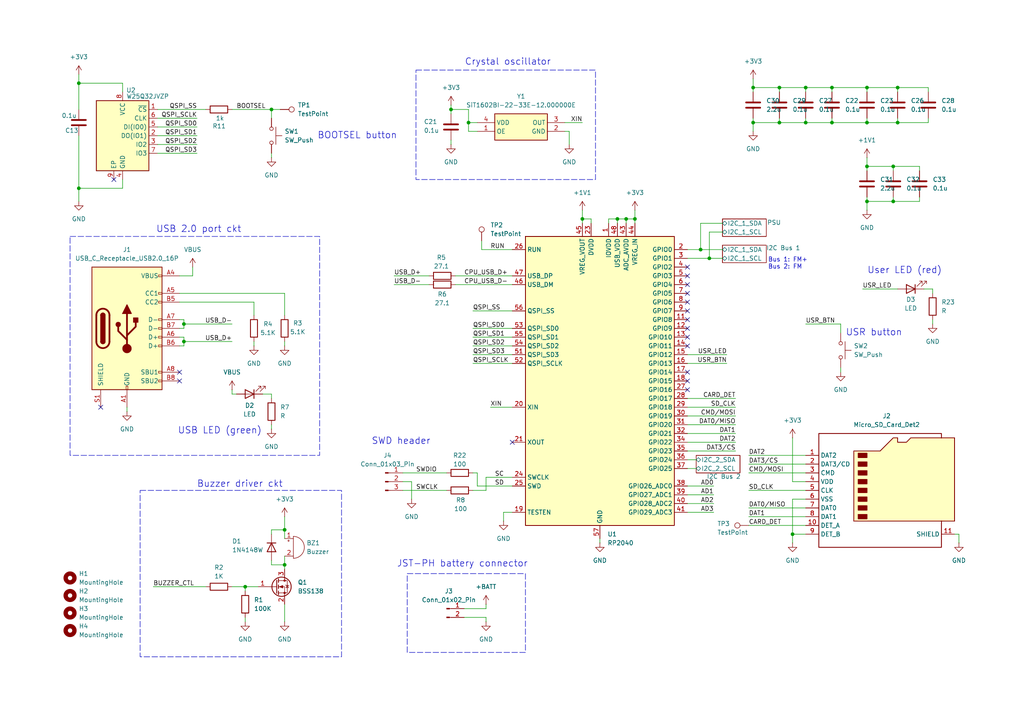
<source format=kicad_sch>
(kicad_sch (version 20231120) (generator "eeschema") (generator_version "8.0")
  (paper "A4")
  (lib_symbols
    (symbol "Connector:Conn_01x02_Pin" (pin_names (offset 1.016) hide)
      (property "Reference" "J" (at 0 2.54 0))
      (property "Value" "Conn_01x02_Pin" (at 0 -5.08 0))
      (symbol "Conn_01x02_Pin_1_1"
        (pin passive line (at 5.08 0 180) (length 3.81) (name "Pin_1") (number "1"))
        (pin passive line (at 5.08 -2.54 180) (length 3.81) (name "Pin_2") (number "2"))
      )
    )
    (symbol "Connector:Conn_01x03_Pin" (pin_names (offset 1.016) hide)
      (property "Reference" "J" (at 0 5.08 0))
      (property "Value" "Conn_01x03_Pin" (at 0 -5.08 0))
      (symbol "Conn_01x03_Pin_1_1"
        (pin passive line (at 5.08 2.54 180) (length 3.81) (name "Pin_1") (number "1"))
        (pin passive line (at 5.08 0 180) (length 3.81) (name "Pin_2") (number "2"))
        (pin passive line (at 5.08 -2.54 180) (length 3.81) (name "Pin_3") (number "3"))
      )
    )
    (symbol "Connector:Micro_SD_Card_Det2"
      (property "Reference" "J" (at -16.51 17.78 0))
      (property "Value" "Micro_SD_Card_Det2" (at 16.51 17.78 0))
      (symbol "Micro_SD_Card_Det2_1_1"
        (pin bidirectional line (at -22.86 10.16 0) (length 3.81) (name "DAT2") (number "1"))
        (pin passive line (at -22.86 -10.16 0) (length 3.81) (name "DET_A") (number "10"))
        (pin passive line (at 20.32 -12.7 180) (length 3.81) (name "SHIELD") (number "11"))
        (pin bidirectional line (at -22.86 7.62 0) (length 3.81) (name "DAT3/CD") (number "2"))
        (pin input line (at -22.86 5.08 0) (length 3.81) (name "CMD") (number "3"))
        (pin power_in line (at -22.86 2.54 0) (length 3.81) (name "VDD") (number "4"))
        (pin input line (at -22.86 0 0) (length 3.81) (name "CLK") (number "5"))
        (pin power_in line (at -22.86 -2.54 0) (length 3.81) (name "VSS") (number "6"))
        (pin bidirectional line (at -22.86 -5.08 0) (length 3.81) (name "DAT0") (number "7"))
        (pin bidirectional line (at -22.86 -7.62 0) (length 3.81) (name "DAT1") (number "8"))
        (pin passive line (at -22.86 -12.7 0) (length 3.81) (name "DET_B") (number "9"))
      )
    )
    (symbol "Connector:TestPoint" (pin_numbers hide) (pin_names (offset 0.762) hide)
      (property "Reference" "TP" (at 0 6.858 0))
      (property "Value" "TestPoint" (at 0 5.08 0))
      (symbol "TestPoint_1_1"
        (pin passive line (at 0 0 90) (length 2.54) (name "1") (number "1"))
      )
    )
    (symbol "Connector:USB_C_Receptacle_USB2.0_16P" (pin_names (offset 1.016))
      (property "Reference" "J" (at 0 22.225 0))
      (property "Value" "USB_C_Receptacle_USB2.0_16P" (at 0 19.685 0))
      (symbol "USB_C_Receptacle_USB2.0_16P_1_1"
        (pin passive line (at 0 -22.86 90) (length 5.08) (name "GND") (number "A1"))
        (pin passive line (at 0 -22.86 90) (length 5.08) hide (name "GND") (number "A12"))
        (pin passive line (at 15.24 15.24 180) (length 5.08) (name "VBUS") (number "A4"))
        (pin bidirectional line (at 15.24 10.16 180) (length 5.08) (name "CC1") (number "A5"))
        (pin bidirectional line (at 15.24 -2.54 180) (length 5.08) (name "D+") (number "A6"))
        (pin bidirectional line (at 15.24 2.54 180) (length 5.08) (name "D-") (number "A7"))
        (pin bidirectional line (at 15.24 -12.7 180) (length 5.08) (name "SBU1") (number "A8"))
        (pin passive line (at 15.24 15.24 180) (length 5.08) hide (name "VBUS") (number "A9"))
        (pin passive line (at 0 -22.86 90) (length 5.08) hide (name "GND") (number "B1"))
        (pin passive line (at 0 -22.86 90) (length 5.08) hide (name "GND") (number "B12"))
        (pin passive line (at 15.24 15.24 180) (length 5.08) hide (name "VBUS") (number "B4"))
        (pin bidirectional line (at 15.24 7.62 180) (length 5.08) (name "CC2") (number "B5"))
        (pin bidirectional line (at 15.24 -5.08 180) (length 5.08) (name "D+") (number "B6"))
        (pin bidirectional line (at 15.24 0 180) (length 5.08) (name "D-") (number "B7"))
        (pin bidirectional line (at 15.24 -15.24 180) (length 5.08) (name "SBU2") (number "B8"))
        (pin passive line (at 15.24 15.24 180) (length 5.08) hide (name "VBUS") (number "B9"))
        (pin passive line (at -7.62 -22.86 90) (length 5.08) (name "SHIELD") (number "S1"))
      )
    )
    (symbol "Device:Buzzer" (pin_names (offset 0.0254) hide)
      (property "Reference" "BZ" (at 3.81 1.27 0))
      (property "Value" "Buzzer" (at 3.81 -1.27 0))
      (symbol "Buzzer_1_1"
        (pin passive line (at -2.54 2.54 0) (length 2.54) (name "+") (number "1"))
        (pin passive line (at -2.54 -2.54 0) (length 2.54) (name "-") (number "2"))
      )
    )
    (symbol "Device:C" (pin_numbers hide) (pin_names (offset 0.254))
      (property "Reference" "C" (at 0.635 2.54 0))
      (property "Value" "C" (at 0.635 -2.54 0))
      (symbol "C_1_1"
        (pin passive line (at 0 3.81 270) (length 2.794) (name "~") (number "1"))
        (pin passive line (at 0 -3.81 90) (length 2.794) (name "~") (number "2"))
      )
    )
    (symbol "Device:LED" (pin_numbers hide) (pin_names (offset 1.016) hide)
      (property "Reference" "D" (at 0 2.54 0))
      (property "Value" "LED" (at 0 -2.54 0))
      (symbol "LED_1_1"
        (pin passive line (at -3.81 0 0) (length 2.54) (name "K") (number "1"))
        (pin passive line (at 3.81 0 180) (length 2.54) (name "A") (number "2"))
      )
    )
    (symbol "Device:R" (pin_numbers hide) (pin_names (offset 0))
      (property "Reference" "R" (at 2.032 0 90))
      (property "Value" "R" (at 0 0 90))
      (symbol "R_1_1"
        (pin passive line (at 0 3.81 270) (length 1.27) (name "~") (number "1"))
        (pin passive line (at 0 -3.81 90) (length 1.27) (name "~") (number "2"))
      )
    )
    (symbol "Diode:1N4148W" (pin_numbers hide) (pin_names hide)
      (property "Reference" "D" (at 0 2.54 0))
      (property "Value" "1N4148W" (at 0 -2.54 0))
      (symbol "1N4148W_1_1"
        (pin passive line (at -3.81 0 0) (length 2.54) (name "K") (number "1"))
        (pin passive line (at 3.81 0 180) (length 2.54) (name "A") (number "2"))
      )
    )
    (symbol "MCU_RaspberryPi:RP2040"
      (property "Reference" "U" (at 17.78 45.72 0))
      (property "Value" "RP2040" (at 17.78 43.18 0))
      (symbol "RP2040_1_1"
        (pin power_in line (at 2.54 45.72 270) (length 3.81) (name "IOVDD") (number "1"))
        (pin passive line (at 2.54 45.72 270) (length 3.81) hide (name "IOVDD") (number "10"))
        (pin bidirectional line (at 25.4 17.78 180) (length 3.81) (name "GPIO8") (number "11"))
        (pin bidirectional line (at 25.4 15.24 180) (length 3.81) (name "GPIO9") (number "12"))
        (pin bidirectional line (at 25.4 12.7 180) (length 3.81) (name "GPIO10") (number "13"))
        (pin bidirectional line (at 25.4 10.16 180) (length 3.81) (name "GPIO11") (number "14"))
        (pin bidirectional line (at 25.4 7.62 180) (length 3.81) (name "GPIO12") (number "15"))
        (pin bidirectional line (at 25.4 5.08 180) (length 3.81) (name "GPIO13") (number "16"))
        (pin bidirectional line (at 25.4 2.54 180) (length 3.81) (name "GPIO14") (number "17"))
        (pin bidirectional line (at 25.4 0 180) (length 3.81) (name "GPIO15") (number "18"))
        (pin input line (at -25.4 -38.1 0) (length 3.81) (name "TESTEN") (number "19"))
        (pin bidirectional line (at 25.4 38.1 180) (length 3.81) (name "GPIO0") (number "2"))
        (pin input line (at -25.4 -7.62 0) (length 3.81) (name "XIN") (number "20"))
        (pin passive line (at -25.4 -17.78 0) (length 3.81) (name "XOUT") (number "21"))
        (pin passive line (at 2.54 45.72 270) (length 3.81) hide (name "IOVDD") (number "22"))
        (pin power_in line (at -2.54 45.72 270) (length 3.81) (name "DVDD") (number "23"))
        (pin input line (at -25.4 -27.94 0) (length 3.81) (name "SWCLK") (number "24"))
        (pin bidirectional line (at -25.4 -30.48 0) (length 3.81) (name "SWD") (number "25"))
        (pin input line (at -25.4 38.1 0) (length 3.81) (name "RUN") (number "26"))
        (pin bidirectional line (at 25.4 -2.54 180) (length 3.81) (name "GPIO16") (number "27"))
        (pin bidirectional line (at 25.4 -5.08 180) (length 3.81) (name "GPIO17") (number "28"))
        (pin bidirectional line (at 25.4 -7.62 180) (length 3.81) (name "GPIO18") (number "29"))
        (pin bidirectional line (at 25.4 35.56 180) (length 3.81) (name "GPIO1") (number "3"))
        (pin bidirectional line (at 25.4 -10.16 180) (length 3.81) (name "GPIO19") (number "30"))
        (pin bidirectional line (at 25.4 -12.7 180) (length 3.81) (name "GPIO20") (number "31"))
        (pin bidirectional line (at 25.4 -15.24 180) (length 3.81) (name "GPIO21") (number "32"))
        (pin passive line (at 2.54 45.72 270) (length 3.81) hide (name "IOVDD") (number "33"))
        (pin bidirectional line (at 25.4 -17.78 180) (length 3.81) (name "GPIO22") (number "34"))
        (pin bidirectional line (at 25.4 -20.32 180) (length 3.81) (name "GPIO23") (number "35"))
        (pin bidirectional line (at 25.4 -22.86 180) (length 3.81) (name "GPIO24") (number "36"))
        (pin bidirectional line (at 25.4 -25.4 180) (length 3.81) (name "GPIO25") (number "37"))
        (pin bidirectional line (at 25.4 -30.48 180) (length 3.81) (name "GPIO26_ADC0") (number "38"))
        (pin bidirectional line (at 25.4 -33.02 180) (length 3.81) (name "GPIO27_ADC1") (number "39"))
        (pin bidirectional line (at 25.4 33.02 180) (length 3.81) (name "GPIO2") (number "4"))
        (pin bidirectional line (at 25.4 -35.56 180) (length 3.81) (name "GPIO28_ADC2") (number "40"))
        (pin bidirectional line (at 25.4 -38.1 180) (length 3.81) (name "GPIO29_ADC3") (number "41"))
        (pin passive line (at 2.54 45.72 270) (length 3.81) hide (name "IOVDD") (number "42"))
        (pin power_in line (at 7.62 45.72 270) (length 3.81) (name "ADC_AVDD") (number "43"))
        (pin power_in line (at 10.16 45.72 270) (length 3.81) (name "VREG_IN") (number "44"))
        (pin power_out line (at -5.08 45.72 270) (length 3.81) (name "VREG_VOUT") (number "45"))
        (pin bidirectional line (at -25.4 27.94 0) (length 3.81) (name "USB_DM") (number "46"))
        (pin bidirectional line (at -25.4 30.48 0) (length 3.81) (name "USB_DP") (number "47"))
        (pin power_in line (at 5.08 45.72 270) (length 3.81) (name "USB_VDD") (number "48"))
        (pin passive line (at 2.54 45.72 270) (length 3.81) hide (name "IOVDD") (number "49"))
        (pin bidirectional line (at 25.4 30.48 180) (length 3.81) (name "GPIO3") (number "5"))
        (pin passive line (at -2.54 45.72 270) (length 3.81) hide (name "DVDD") (number "50"))
        (pin bidirectional line (at -25.4 7.62 0) (length 3.81) (name "QSPI_SD3") (number "51"))
        (pin output line (at -25.4 5.08 0) (length 3.81) (name "QSPI_SCLK") (number "52"))
        (pin bidirectional line (at -25.4 15.24 0) (length 3.81) (name "QSPI_SD0") (number "53"))
        (pin bidirectional line (at -25.4 10.16 0) (length 3.81) (name "QSPI_SD2") (number "54"))
        (pin bidirectional line (at -25.4 12.7 0) (length 3.81) (name "QSPI_SD1") (number "55"))
        (pin bidirectional line (at -25.4 20.32 0) (length 3.81) (name "QSPI_SS") (number "56"))
        (pin power_in line (at 0 -45.72 90) (length 3.81) (name "GND") (number "57"))
        (pin bidirectional line (at 25.4 27.94 180) (length 3.81) (name "GPIO4") (number "6"))
        (pin bidirectional line (at 25.4 25.4 180) (length 3.81) (name "GPIO5") (number "7"))
        (pin bidirectional line (at 25.4 22.86 180) (length 3.81) (name "GPIO6") (number "8"))
        (pin bidirectional line (at 25.4 20.32 180) (length 3.81) (name "GPIO7") (number "9"))
      )
    )
    (symbol "Mechanical:MountingHole" (pin_names (offset 1.016)) (exclude_from_sim yes) (in_bom no)
      (property "Reference" "H" (at 0 5.08 0))
      (property "Value" "MountingHole" (at 0 3.175 0))
    )
    (symbol "Memory_Flash:W25Q32JVZP"
      (property "Reference" "U" (at -6.35 11.43 0))
      (property "Value" "W25Q32JVZP" (at 7.62 11.43 0))
      (symbol "W25Q32JVZP_1_1"
        (pin input line (at -10.16 7.62 0) (length 2.54) (name "~{CS}") (number "1"))
        (pin bidirectional line (at -10.16 0 0) (length 2.54) (name "DO(IO1)") (number "2"))
        (pin bidirectional line (at -10.16 -2.54 0) (length 2.54) (name "IO2") (number "3"))
        (pin power_in line (at 0 -12.7 90) (length 2.54) (name "GND") (number "4"))
        (pin bidirectional line (at -10.16 2.54 0) (length 2.54) (name "DI(IO0)") (number "5"))
        (pin input line (at -10.16 5.08 0) (length 2.54) (name "CLK") (number "6"))
        (pin bidirectional line (at -10.16 -5.08 0) (length 2.54) (name "IO3") (number "7"))
        (pin power_in line (at 0 12.7 270) (length 2.54) (name "VCC") (number "8"))
        (pin passive line (at 2.54 -12.7 90) (length 2.54) (name "EP") (number "9"))
      )
    )
    (symbol "SiT1602BI:SiT1602BI-22-33E-12.000000E"
      (property "Reference" "Y" (at 21.59 7.62 0))
      (property "Value" "SiT1602BI-22-33E-12.000000E" (at 21.59 5.08 0))
      (symbol "SiT1602BI-22-33E-12.000000E_1_1"
        (pin passive line (at 0 -2.54 0) (length 5.08) (name "OE") (number "1"))
        (pin passive line (at 25.4 -2.54 180) (length 5.08) (name "GND") (number "2"))
        (pin passive line (at 25.4 0 180) (length 5.08) (name "OUT") (number "3"))
        (pin passive line (at 0 0 0) (length 5.08) (name "VDD") (number "4"))
      )
    )
    (symbol "Switch:SW_Push" (pin_numbers hide) (pin_names (offset 1.016) hide)
      (property "Reference" "SW" (at 1.27 2.54 0))
      (property "Value" "SW_Push" (at 0 -1.524 0))
      (symbol "SW_Push_0_1"
        (pin passive line (at -5.08 0 0) (length 2.54) (name "1") (number "1"))
        (pin passive line (at 5.08 0 180) (length 2.54) (name "2") (number "2"))
      )
    )
    (symbol "Transistor_FET:BSS138" (pin_names hide)
      (property "Reference" "Q" (at 5.08 1.905 0))
      (property "Value" "BSS138" (at 5.08 0 0))
      (symbol "BSS138_1_1"
        (pin input line (at -5.08 0 0) (length 2.54) (name "G") (number "1"))
        (pin passive line (at 2.54 -5.08 90) (length 2.54) (name "S") (number "2"))
        (pin passive line (at 2.54 5.08 270) (length 2.54) (name "D") (number "3"))
      )
    )
    (symbol "power:+3V3" (power) (pin_numbers hide) (pin_names (offset 0) hide)
      (property "Value" "+3V3" (at 0 3.556 0))
      (symbol "+3V3_1_1"
        (pin power_in line (at 0 0 90) (length 0) (name "~") (number "1"))
      )
    )
    (symbol "power:+BATT" (power) (pin_numbers hide) (pin_names (offset 0) hide)
      (property "Value" "+BATT" (at 0 3.556 0))
      (symbol "+BATT_1_1"
        (pin power_in line (at 0 0 90) (length 0) (name "~") (number "1"))
      )
    )
    (symbol "power:GND" (power) (pin_numbers hide) (pin_names (offset 0) hide)
      (property "Value" "GND" (at 0 -3.81 0))
      (symbol "GND_1_1"
        (pin power_in line (at 0 0 270) (length 0) (name "~") (number "1"))
      )
    )
    (symbol "power:VBUS" (power) (pin_numbers hide) (pin_names (offset 0) hide)
      (property "Value" "VBUS" (at 0 3.556 0))
      (symbol "VBUS_1_1"
        (pin power_in line (at 0 0 90) (length 0) (name "~") (number "1"))
      )
    )
  )
  (junction (at 251.46 58.42))
  (junction (at 260.35 35.56))
  (junction (at 233.68 25.4))
  (junction (at 259.08 48.26))
  (junction (at 71.12 170.18))
  (junction (at 82.55 163.83))
  (junction (at 78.74 31.75))
  (junction (at 205.74 74.93))
  (junction (at 22.86 54.61))
  (junction (at 135.89 35.56))
  (junction (at 229.87 154.94))
  (junction (at 259.08 58.42))
  (junction (at 241.3 35.56))
  (junction (at 226.06 35.56))
  (junction (at 184.15 63.5))
  (junction (at 218.44 25.4))
  (junction (at 203.2 72.39))
  (junction (at 181.61 63.5))
  (junction (at 218.44 35.56))
  (junction (at 251.46 25.4))
  (junction (at 53.34 99.06))
  (junction (at 260.35 25.4))
  (junction (at 233.68 35.56))
  (junction (at 168.91 63.5))
  (junction (at 130.81 31.75))
  (junction (at 251.46 35.56))
  (junction (at 226.06 25.4))
  (junction (at 241.3 25.4))
  (junction (at 251.46 48.26))
  (junction (at 22.86 24.13))
  (junction (at 82.55 153.67))
  (junction (at 53.34 93.98))
  (junction (at 179.07 63.5))
  (no_connect (at 52.07 110.49))
  (no_connect (at 199.39 113.03))
  (no_connect (at 199.39 87.63))
  (no_connect (at 199.39 95.25))
  (no_connect (at 199.39 92.71))
  (no_connect (at 52.07 107.95))
  (no_connect (at 199.39 77.47))
  (no_connect (at 199.39 97.79))
  (no_connect (at 199.39 82.55))
  (no_connect (at 148.59 128.27))
  (no_connect (at 29.21 118.11))
  (no_connect (at 199.39 110.49))
  (no_connect (at 33.02 52.07))
  (no_connect (at 199.39 85.09))
  (no_connect (at 199.39 100.33))
  (no_connect (at 199.39 80.01))
  (no_connect (at 199.39 90.17))
  (no_connect (at 199.39 107.95))
  (wire (pts (xy 267.97 83.82) (xy 270.51 83.82)))
  (wire (pts (xy 233.68 35.56) (xy 241.3 35.56)))
  (wire (pts (xy 229.87 154.94) (xy 233.68 154.94)))
  (wire (pts (xy 130.81 33.02) (xy 130.81 31.75)))
  (wire (pts (xy 251.46 49.53) (xy 251.46 48.26)))
  (wire (pts (xy 140.97 180.34) (xy 140.97 179.07)))
  (wire (pts (xy 176.53 63.5) (xy 179.07 63.5)))
  (wire (pts (xy 53.34 97.79) (xy 53.34 99.06)))
  (wire (pts (xy 140.97 176.53) (xy 140.97 175.26)))
  (wire (pts (xy 67.31 113.03) (xy 67.31 114.3)))
  (wire (pts (xy 218.44 35.56) (xy 226.06 35.56)))
  (wire (pts (xy 82.55 163.83) (xy 82.55 165.1)))
  (wire (pts (xy 233.68 139.7) (xy 229.87 139.7)))
  (wire (pts (xy 76.2 114.3) (xy 78.74 114.3)))
  (wire (pts (xy 233.68 34.29) (xy 233.68 35.56)))
  (wire (pts (xy 199.39 125.73) (xy 213.36 125.73)))
  (wire (pts (xy 181.61 63.5) (xy 181.61 64.77)))
  (wire (pts (xy 266.7 57.15) (xy 266.7 58.42)))
  (wire (pts (xy 251.46 25.4) (xy 251.46 26.67)))
  (wire (pts (xy 199.39 74.93) (xy 205.74 74.93)))
  (wire (pts (xy 116.84 139.7) (xy 119.38 139.7)))
  (wire (pts (xy 67.31 114.3) (xy 68.58 114.3)))
  (wire (pts (xy 22.86 39.37) (xy 22.86 54.61)))
  (wire (pts (xy 243.84 93.98) (xy 243.84 96.52)))
  (wire (pts (xy 203.2 64.77) (xy 203.2 72.39)))
  (wire (pts (xy 71.12 170.18) (xy 74.93 170.18)))
  (wire (pts (xy 146.05 151.13) (xy 146.05 148.59)))
  (wire (pts (xy 217.17 142.24) (xy 233.68 142.24)))
  (wire (pts (xy 199.39 118.11) (xy 213.36 118.11)))
  (wire (pts (xy 137.16 95.25) (xy 148.59 95.25)))
  (wire (pts (xy 137.16 100.33) (xy 148.59 100.33)))
  (wire (pts (xy 78.74 154.94) (xy 78.74 153.67)))
  (wire (pts (xy 251.46 58.42) (xy 259.08 58.42)))
  (wire (pts (xy 217.17 137.16) (xy 233.68 137.16)))
  (wire (pts (xy 82.55 153.67) (xy 82.55 156.21)))
  (wire (pts (xy 251.46 57.15) (xy 251.46 58.42)))
  (wire (pts (xy 251.46 45.72) (xy 251.46 48.26)))
  (wire (pts (xy 53.34 99.06) (xy 67.31 99.06)))
  (wire (pts (xy 218.44 25.4) (xy 226.06 25.4)))
  (wire (pts (xy 218.44 34.29) (xy 218.44 35.56)))
  (wire (pts (xy 218.44 35.56) (xy 218.44 38.1)))
  (wire (pts (xy 53.34 93.98) (xy 53.34 95.25)))
  (wire (pts (xy 137.16 137.16) (xy 138.43 137.16)))
  (wire (pts (xy 45.72 31.75) (xy 59.69 31.75)))
  (wire (pts (xy 146.05 148.59) (xy 148.59 148.59)))
  (wire (pts (xy 45.72 41.91) (xy 57.15 41.91)))
  (wire (pts (xy 78.74 123.19) (xy 78.74 124.46)))
  (wire (pts (xy 218.44 26.67) (xy 218.44 25.4)))
  (wire (pts (xy 168.91 63.5) (xy 168.91 60.96)))
  (wire (pts (xy 45.72 36.83) (xy 57.15 36.83)))
  (wire (pts (xy 44.45 170.18) (xy 59.69 170.18)))
  (wire (pts (xy 140.97 142.24) (xy 140.97 138.43)))
  (wire (pts (xy 209.55 64.77) (xy 203.2 64.77)))
  (wire (pts (xy 241.3 34.29) (xy 241.3 35.56)))
  (wire (pts (xy 278.13 157.48) (xy 278.13 154.94)))
  (wire (pts (xy 132.08 80.01) (xy 148.59 80.01)))
  (wire (pts (xy 199.39 115.57) (xy 213.36 115.57)))
  (wire (pts (xy 22.86 54.61) (xy 35.56 54.61)))
  (wire (pts (xy 171.45 64.77) (xy 171.45 63.5)))
  (wire (pts (xy 217.17 134.62) (xy 233.68 134.62)))
  (wire (pts (xy 199.39 130.81) (xy 213.36 130.81)))
  (wire (pts (xy 135.89 35.56) (xy 138.43 35.56)))
  (wire (pts (xy 137.16 105.41) (xy 148.59 105.41)))
  (wire (pts (xy 137.16 90.17) (xy 148.59 90.17)))
  (wire (pts (xy 226.06 35.56) (xy 233.68 35.56)))
  (wire (pts (xy 229.87 139.7) (xy 229.87 127)))
  (wire (pts (xy 226.06 25.4) (xy 233.68 25.4)))
  (wire (pts (xy 130.81 31.75) (xy 135.89 31.75)))
  (wire (pts (xy 199.39 143.51) (xy 207.01 143.51)))
  (wire (pts (xy 270.51 92.71) (xy 270.51 93.98)))
  (wire (pts (xy 53.34 93.98) (xy 67.31 93.98)))
  (wire (pts (xy 81.28 31.75) (xy 78.74 31.75)))
  (wire (pts (xy 139.7 72.39) (xy 148.59 72.39)))
  (wire (pts (xy 233.68 144.78) (xy 229.87 144.78)))
  (wire (pts (xy 229.87 144.78) (xy 229.87 154.94)))
  (wire (pts (xy 218.44 22.86) (xy 218.44 25.4)))
  (wire (pts (xy 140.97 179.07) (xy 134.62 179.07)))
  (wire (pts (xy 82.55 99.06) (xy 82.55 100.33)))
  (wire (pts (xy 233.68 25.4) (xy 241.3 25.4)))
  (wire (pts (xy 217.17 132.08) (xy 233.68 132.08)))
  (wire (pts (xy 260.35 34.29) (xy 260.35 35.56)))
  (wire (pts (xy 217.17 152.4) (xy 233.68 152.4)))
  (wire (pts (xy 199.39 72.39) (xy 203.2 72.39)))
  (wire (pts (xy 270.51 83.82) (xy 270.51 85.09)))
  (wire (pts (xy 36.83 118.11) (xy 36.83 119.38)))
  (wire (pts (xy 35.56 24.13) (xy 22.86 24.13)))
  (wire (pts (xy 137.16 102.87) (xy 148.59 102.87)))
  (wire (pts (xy 233.68 93.98) (xy 243.84 93.98)))
  (wire (pts (xy 82.55 175.26) (xy 82.55 180.34)))
  (wire (pts (xy 22.86 58.42) (xy 22.86 54.61)))
  (wire (pts (xy 199.39 105.41) (xy 210.82 105.41)))
  (wire (pts (xy 205.74 67.31) (xy 205.74 74.93)))
  (wire (pts (xy 260.35 35.56) (xy 269.24 35.56)))
  (wire (pts (xy 130.81 40.64) (xy 130.81 41.91)))
  (wire (pts (xy 52.07 85.09) (xy 82.55 85.09)))
  (wire (pts (xy 259.08 48.26) (xy 266.7 48.26)))
  (wire (pts (xy 82.55 149.86) (xy 82.55 153.67)))
  (wire (pts (xy 250.19 83.82) (xy 260.35 83.82)))
  (wire (pts (xy 226.06 34.29) (xy 226.06 35.56)))
  (wire (pts (xy 199.39 146.05) (xy 207.01 146.05)))
  (wire (pts (xy 251.46 35.56) (xy 260.35 35.56)))
  (wire (pts (xy 176.53 63.5) (xy 176.53 64.77)))
  (wire (pts (xy 45.72 34.29) (xy 57.15 34.29)))
  (wire (pts (xy 241.3 35.56) (xy 251.46 35.56)))
  (wire (pts (xy 199.39 128.27) (xy 213.36 128.27)))
  (wire (pts (xy 205.74 74.93) (xy 209.55 74.93)))
  (wire (pts (xy 259.08 57.15) (xy 259.08 58.42)))
  (wire (pts (xy 229.87 154.94) (xy 229.87 157.48)))
  (wire (pts (xy 233.68 25.4) (xy 233.68 26.67)))
  (wire (pts (xy 134.62 176.53) (xy 140.97 176.53)))
  (wire (pts (xy 114.3 82.55) (xy 124.46 82.55)))
  (wire (pts (xy 53.34 99.06) (xy 53.34 100.33)))
  (wire (pts (xy 53.34 92.71) (xy 52.07 92.71)))
  (wire (pts (xy 165.1 38.1) (xy 165.1 41.91)))
  (wire (pts (xy 22.86 24.13) (xy 22.86 31.75)))
  (wire (pts (xy 203.2 72.39) (xy 209.55 72.39)))
  (wire (pts (xy 209.55 67.31) (xy 205.74 67.31)))
  (wire (pts (xy 266.7 48.26) (xy 266.7 49.53)))
  (wire (pts (xy 184.15 60.96) (xy 184.15 63.5)))
  (wire (pts (xy 179.07 63.5) (xy 181.61 63.5)))
  (wire (pts (xy 52.07 95.25) (xy 53.34 95.25)))
  (wire (pts (xy 184.15 64.77) (xy 184.15 63.5)))
  (wire (pts (xy 78.74 44.45) (xy 78.74 45.72)))
  (wire (pts (xy 78.74 163.83) (xy 82.55 163.83)))
  (wire (pts (xy 199.39 135.89) (xy 201.93 135.89)))
  (wire (pts (xy 135.89 31.75) (xy 135.89 35.56)))
  (wire (pts (xy 71.12 179.07) (xy 71.12 180.34)))
  (wire (pts (xy 138.43 140.97) (xy 148.59 140.97)))
  (wire (pts (xy 251.46 58.42) (xy 251.46 60.96)))
  (wire (pts (xy 241.3 25.4) (xy 251.46 25.4)))
  (wire (pts (xy 163.83 35.56) (xy 168.91 35.56)))
  (wire (pts (xy 269.24 26.67) (xy 269.24 25.4)))
  (wire (pts (xy 251.46 34.29) (xy 251.46 35.56)))
  (wire (pts (xy 82.55 85.09) (xy 82.55 91.44)))
  (wire (pts (xy 137.16 142.24) (xy 140.97 142.24)))
  (wire (pts (xy 251.46 25.4) (xy 260.35 25.4)))
  (wire (pts (xy 199.39 148.59) (xy 207.01 148.59)))
  (wire (pts (xy 184.15 63.5) (xy 181.61 63.5)))
  (wire (pts (xy 82.55 161.29) (xy 82.55 163.83)))
  (wire (pts (xy 259.08 58.42) (xy 266.7 58.42)))
  (wire (pts (xy 135.89 35.56) (xy 135.89 38.1)))
  (wire (pts (xy 116.84 142.24) (xy 129.54 142.24)))
  (wire (pts (xy 199.39 140.97) (xy 207.01 140.97)))
  (wire (pts (xy 67.31 170.18) (xy 71.12 170.18)))
  (wire (pts (xy 171.45 63.5) (xy 168.91 63.5)))
  (wire (pts (xy 52.07 87.63) (xy 73.66 87.63)))
  (wire (pts (xy 53.34 97.79) (xy 52.07 97.79)))
  (wire (pts (xy 142.24 118.11) (xy 148.59 118.11)))
  (wire (pts (xy 269.24 35.56) (xy 269.24 34.29)))
  (wire (pts (xy 114.3 80.01) (xy 124.46 80.01)))
  (wire (pts (xy 35.56 26.67) (xy 35.56 24.13)))
  (wire (pts (xy 137.16 97.79) (xy 148.59 97.79)))
  (wire (pts (xy 243.84 106.68) (xy 243.84 107.95)))
  (wire (pts (xy 78.74 34.29) (xy 78.74 31.75)))
  (wire (pts (xy 173.99 156.21) (xy 173.99 157.48)))
  (wire (pts (xy 269.24 25.4) (xy 260.35 25.4)))
  (wire (pts (xy 67.31 31.75) (xy 78.74 31.75)))
  (wire (pts (xy 168.91 64.77) (xy 168.91 63.5)))
  (wire (pts (xy 73.66 87.63) (xy 73.66 91.44)))
  (wire (pts (xy 71.12 170.18) (xy 71.12 171.45)))
  (wire (pts (xy 259.08 48.26) (xy 259.08 49.53)))
  (wire (pts (xy 138.43 38.1) (xy 135.89 38.1)))
  (wire (pts (xy 132.08 82.55) (xy 148.59 82.55)))
  (wire (pts (xy 278.13 154.94) (xy 276.86 154.94)))
  (wire (pts (xy 55.88 80.01) (xy 52.07 80.01)))
  (wire (pts (xy 45.72 39.37) (xy 57.15 39.37)))
  (wire (pts (xy 116.84 137.16) (xy 129.54 137.16)))
  (wire (pts (xy 78.74 114.3) (xy 78.74 115.57)))
  (wire (pts (xy 179.07 64.77) (xy 179.07 63.5)))
  (wire (pts (xy 199.39 102.87) (xy 210.82 102.87)))
  (wire (pts (xy 241.3 25.4) (xy 241.3 26.67)))
  (wire (pts (xy 139.7 69.85) (xy 139.7 72.39)))
  (wire (pts (xy 217.17 149.86) (xy 233.68 149.86)))
  (wire (pts (xy 55.88 77.47) (xy 55.88 80.01)))
  (wire (pts (xy 45.72 44.45) (xy 57.15 44.45)))
  (wire (pts (xy 53.34 92.71) (xy 53.34 93.98)))
  (wire (pts (xy 138.43 137.16) (xy 138.43 140.97)))
  (wire (pts (xy 199.39 133.35) (xy 201.93 133.35)))
  (wire (pts (xy 78.74 162.56) (xy 78.74 163.83)))
  (wire (pts (xy 251.46 48.26) (xy 259.08 48.26)))
  (wire (pts (xy 119.38 139.7) (xy 119.38 144.78)))
  (wire (pts (xy 140.97 138.43) (xy 148.59 138.43)))
  (wire (pts (xy 130.81 31.75) (xy 130.81 30.48)))
  (wire (pts (xy 52.07 100.33) (xy 53.34 100.33)))
  (wire (pts (xy 226.06 25.4) (xy 226.06 26.67)))
  (wire (pts (xy 199.39 120.65) (xy 213.36 120.65)))
  (wire (pts (xy 22.86 24.13) (xy 22.86 21.59)))
  (wire (pts (xy 260.35 25.4) (xy 260.35 26.67)))
  (wire (pts (xy 163.83 38.1) (xy 165.1 38.1)))
  (wire (pts (xy 35.56 54.61) (xy 35.56 52.07)))
  (wire (pts (xy 73.66 99.06) (xy 73.66 100.33)))
  (wire (pts (xy 199.39 123.19) (xy 213.36 123.19)))
  (wire (pts (xy 78.74 153.67) (xy 82.55 153.67)))
  (wire (pts (xy 217.17 147.32) (xy 233.68 147.32)))
  (rectangle (start 40.64 142.24) (end 99.06 190.5) (stroke (width 0) (type dash)))
  (rectangle (start 118.11 166.37) (end 152.4 189.23) (stroke (width 0) (type dash)))
  (rectangle (start 120.65 20.32) (end 172.72 52.07) (stroke (width 0) (type dash)))
  (rectangle (start 20.32 68.58) (end 92.71 132.08) (stroke (width 0) (type dash)))
  (text "Bus 1: FM+\nBus 2: FM" (at 222.758 76.454 0) (effects (font (size 1.27 1.27)) (justify left)))
  (text "Buzzer driver ckt\n" (at 69.596 140.462 0) (effects (font (size 1.905 1.905))))
  (text "JST-PH battery connector" (at 134.112 163.576 0) (effects (font (size 1.905 1.905))))
  (text "BOOTSEL button" (at 103.632 39.37 0) (effects (font (size 1.905 1.905))))
  (text "User LED (red)" (at 262.382 78.486 0) (effects (font (size 1.905 1.905))))
  (text "SWD header" (at 116.332 128.016 0) (effects (font (size 1.905 1.905))))
  (text "USB LED (green)" (at 63.754 124.968 0) (effects (font (size 1.905 1.905))))
  (text "USR button" (at 253.492 96.52 0) (effects (font (size 1.905 1.905))))
  (text "Crystal oscillator" (at 147.32 18.034 0) (effects (font (size 1.905 1.905))))
  (text "USB 2.0 port ckt" (at 57.658 66.548 0) (effects (font (size 1.905 1.905))))
  (label "CARD_DET" (at 217.17 152.4 0))
  (label "SC" (at 143.51 138.43 0))
  (label "QSPI_SD1" (at 57.15 39.37 180))
  (label "CPU_USB_D-" (at 134.62 82.55 0))
  (label "CARD_DET" (at 213.36 115.57 180))
  (label "RUN" (at 142.24 72.39 0))
  (label "QSPI_SS" (at 57.15 31.75 180))
  (label "BUZZER_CTL" (at 44.45 170.18 0))
  (label "DAT1" (at 217.17 149.86 0))
  (label "QSPI_SD0" (at 57.15 36.83 180))
  (label "BOOTSEL" (at 68.58 31.75 0))
  (label "SD_CLK" (at 213.36 118.11 180))
  (label "DAT3{slash}CS" (at 217.17 134.62 0))
  (label "QSPI_SS" (at 137.16 90.17 0))
  (label "DAT0{slash}MISO" (at 217.17 147.32 0))
  (label "QSPI_SD2" (at 57.15 41.91 180))
  (label "QSPI_SD3" (at 57.15 44.45 180))
  (label "DAT0{slash}MISO" (at 213.36 123.19 180))
  (label "QSPI_SCLK" (at 137.16 105.41 0))
  (label "DAT2" (at 213.36 128.27 180))
  (label "USB_D+" (at 114.3 80.01 0))
  (label "USB_D+" (at 67.31 99.06 180))
  (label "AD0" (at 207.01 140.97 180))
  (label "AD1" (at 207.01 143.51 180))
  (label "USR_LED" (at 250.19 83.82 0))
  (label "XIN" (at 168.91 35.56 180))
  (label "CPU_USB_D+" (at 134.62 80.01 0))
  (label "SD_CLK" (at 217.17 142.24 0))
  (label "USB_D-" (at 114.3 82.55 0))
  (label "USB_D-" (at 67.31 93.98 180))
  (label "CMD{slash}MOSI" (at 217.17 137.16 0))
  (label "AD2" (at 207.01 146.05 180))
  (label "QSPI_SD2" (at 137.16 100.33 0))
  (label "USR_BTN" (at 210.82 105.41 180))
  (label "QSPI_SD3" (at 137.16 102.87 0))
  (label "XIN" (at 142.24 118.11 0))
  (label "USR_LED" (at 210.82 102.87 180))
  (label "QSPI_SD0" (at 137.16 95.25 0))
  (label "USR_BTN" (at 233.68 93.98 0))
  (label "SWCLK" (at 120.65 142.24 0))
  (label "DAT1" (at 213.36 125.73 180))
  (label "SD" (at 143.51 140.97 0))
  (label "SWDIO" (at 120.65 137.16 0))
  (label "AD3" (at 207.01 148.59 180))
  (label "DAT3{slash}CS" (at 213.36 130.81 180))
  (label "CMD{slash}MOSI" (at 213.36 120.65 180))
  (label "QSPI_SD1" (at 137.16 97.79 0))
  (label "DAT2" (at 217.17 132.08 0))
  (label "QSPI_SCLK" (at 57.15 34.29 180))
  (symbol (lib_id "Connector:TestPoint") (at 81.28 31.75 270) (unit 1)
    (property "Reference" "TP1" (at 86.36 30.4799 90) (effects (justify left)))
    (property "Value" "TestPoint" (at 86.36 33.0199 90) (effects (justify left)))
    (property "Footprint" "TestPoint:TestPoint_Pad_D1.0mm" (effects (hide yes)))
    (property "Description" "test point" (effects (hide yes)))
  )
  (symbol (lib_id "power:GND") (at 36.83 119.38 0) (unit 1)
    (property "Reference" "#PWR010" (effects (hide yes)))
    (property "Value" "GND" (at 36.83 124.46 0))
    (property "Description" "Power symbol creates a global label with name \"GND\" , ground" (effects (hide yes)))
  )
  (symbol (lib_id "Device:R") (at 128.27 80.01 90) (unit 1)
    (property "Reference" "R5" (at 128.016 74.676 90))
    (property "Value" "27.1" (at 128.016 77.216 90))
    (property "Footprint" "Resistor_SMD:R_0603_1608Metric" (effects (hide yes)))
    (property "Description" "Resistor" (effects (hide yes)))
  )
  (symbol (lib_id "Device:R") (at 78.74 119.38 0) (unit 1)
    (property "Reference" "R7" (at 81.28 118.1099 0) (effects (justify left)))
    (property "Value" "R" (at 81.28 120.6499 0) (effects (justify left)))
    (property "Footprint" "Resistor_SMD:R_0603_1608Metric" (effects (hide yes)))
    (property "Description" "Resistor" (effects (hide yes)))
  )
  (symbol (lib_id "Device:C") (at 266.7 53.34 0) (unit 1)
    (property "Reference" "C33" (at 270.51 52.0699 0) (effects (justify left)))
    (property "Value" "0.1u" (at 270.51 54.6099 0) (effects (justify left)))
    (property "Footprint" "Capacitor_SMD:C_0603_1608Metric" (effects (hide yes)))
    (property "Description" "Unpolarized capacitor" (effects (hide yes)))
  )
  (symbol (lib_id "Device:C") (at 226.06 30.48 0) (unit 1)
    (property "Reference" "C29" (at 229.87 29.2099 0) (effects (justify left)))
    (property "Value" "0.1u" (at 229.87 31.7499 0) (effects (justify left)))
    (property "Footprint" "Capacitor_SMD:C_0603_1608Metric" (effects (hide yes)))
    (property "Description" "Unpolarized capacitor" (effects (hide yes)))
  )
  (symbol (lib_id "Connector:Conn_01x02_Pin") (at 129.54 176.53 0) (unit 1)
    (property "Reference" "J3" (at 130.175 171.45 0))
    (property "Value" "Conn_01x02_Pin" (at 130.175 173.99 0))
    (property "Footprint" "Connector_JST:JST_PH_S2B-PH-SM4-TB_1x02-1MP_P2.00mm_Horizontal" (effects (hide yes)))
    (property "Description" "Generic connector, single row, 01x02, script generated" (effects (hide yes)))
  )
  (symbol (lib_id "Device:C") (at 233.68 30.48 0) (unit 1)
    (property "Reference" "C27" (at 237.49 29.2099 0) (effects (justify left)))
    (property "Value" "0.1u" (at 237.49 31.7499 0) (effects (justify left)))
    (property "Footprint" "Capacitor_SMD:C_0603_1608Metric" (effects (hide yes)))
    (property "Description" "Unpolarized capacitor" (effects (hide yes)))
  )
  (symbol (lib_id "power:+3V3") (at 168.91 60.96 0) (unit 1)
    (property "Reference" "#PWR052" (effects (hide yes)))
    (property "Value" "+1V1" (at 168.91 55.88 0))
    (property "Description" "Power symbol creates a global label with name \"+3V3\"" (effects (hide yes)))
  )
  (symbol (lib_id "power:GND") (at 78.74 124.46 0) (unit 1)
    (property "Reference" "#PWR047" (effects (hide yes)))
    (property "Value" "GND" (at 78.74 129.54 0))
    (property "Description" "Power symbol creates a global label with name \"GND\" , ground" (effects (hide yes)))
  )
  (symbol (lib_id "power:GND") (at 218.44 38.1 0) (unit 1)
    (property "Reference" "#PWR055" (effects (hide yes)))
    (property "Value" "GND" (at 218.44 43.18 0))
    (property "Description" "Power symbol creates a global label with name \"GND\" , ground" (effects (hide yes)))
  )
  (symbol (lib_id "power:GND") (at 73.66 100.33 0) (unit 1)
    (property "Reference" "#PWR015" (effects (hide yes)))
    (property "Value" "GND" (at 73.66 105.41 0))
    (property "Description" "Power symbol creates a global label with name \"GND\" , ground" (effects (hide yes)))
  )
  (symbol (lib_id "Device:R") (at 133.35 137.16 90) (unit 1)
    (property "Reference" "R22" (at 133.35 132.08 90))
    (property "Value" "100" (at 133.35 134.62 90))
    (property "Footprint" "Resistor_SMD:R_0603_1608Metric" (effects (hide yes)))
    (property "Description" "Resistor" (effects (hide yes)))
  )
  (symbol (lib_id "Mechanical:MountingHole") (at 20.32 172.72 0) (unit 1) (exclude_from_sim yes) (in_bom no)
    (property "Reference" "H2" (at 22.86 171.4499 0) (effects (justify left)))
    (property "Value" "MountingHole" (at 22.86 173.9899 0) (effects (justify left)))
    (property "Footprint" "MountingHole:MountingHole_4.3mm_M4" (effects (hide yes)))
    (property "Description" "Mounting Hole without connection" (effects (hide yes)))
  )
  (symbol (lib_id "Device:C") (at 260.35 30.48 0) (unit 1)
    (property "Reference" "C26" (at 264.16 29.2099 0) (effects (justify left)))
    (property "Value" "0.1u" (at 264.16 31.7499 0) (effects (justify left)))
    (property "Footprint" "Capacitor_SMD:C_0603_1608Metric" (effects (hide yes)))
    (property "Description" "Unpolarized capacitor" (effects (hide yes)))
  )
  (symbol (lib_id "power:GND") (at 173.99 157.48 0) (unit 1)
    (property "Reference" "#PWR08" (effects (hide yes)))
    (property "Value" "GND" (at 173.99 162.56 0))
    (property "Description" "Power symbol creates a global label with name \"GND\" , ground" (effects (hide yes)))
  )
  (symbol (lib_id "power:GND") (at 278.13 157.48 0) (unit 1)
    (property "Reference" "#PWR049" (effects (hide yes)))
    (property "Value" "GND" (at 278.13 162.56 0))
    (property "Description" "Power symbol creates a global label with name \"GND\" , ground" (effects (hide yes)))
  )
  (symbol (lib_id "power:GND") (at 71.12 180.34 0) (unit 1)
    (property "Reference" "#PWR07" (effects (hide yes)))
    (property "Value" "GND" (at 71.12 185.42 0))
    (property "Description" "Power symbol creates a global label with name \"GND\" , ground" (effects (hide yes)))
  )
  (symbol (lib_id "power:+3V3") (at 251.46 45.72 0) (unit 1)
    (property "Reference" "#PWR056" (effects (hide yes)))
    (property "Value" "+1V1" (at 251.46 40.64 0))
    (property "Description" "Power symbol creates a global label with name \"+3V3\"" (effects (hide yes)))
  )
  (symbol (lib_id "power:GND") (at 229.87 157.48 0) (unit 1)
    (property "Reference" "#PWR039" (effects (hide yes)))
    (property "Value" "GND" (at 229.87 162.56 0))
    (property "Description" "Power symbol creates a global label with name \"GND\" , ground" (effects (hide yes)))
  )
  (symbol (lib_id "Memory_Flash:W25Q32JVZP") (at 35.56 39.37 0) (mirror y) (unit 1)
    (property "Reference" "U2" (at 39.37 26.162 0) (effects (justify left)))
    (property "Value" "W25Q32JVZP" (at 49.022 27.94 0) (effects (justify left)))
    (property "Footprint" "Package_SON:WSON-8-1EP_6x5mm_P1.27mm_EP3.4x4.3mm" (effects (hide yes)))
    (property "Datasheet" "http://www.winbond.com/resource-files/w25q32jv%20revg%2003272018%20plus.pdf" (effects (hide yes)))
    (property "Description" "32Mb Serial Flash Memory, Standard/Dual/Quad SPI, DFN-8" (effects (hide yes)))
  )
  (symbol (lib_id "power:GND") (at 82.55 100.33 0) (unit 1)
    (property "Reference" "#PWR017" (effects (hide yes)))
    (property "Value" "GND" (at 82.55 105.41 0))
    (property "Description" "Power symbol creates a global label with name \"GND\" , ground" (effects (hide yes)))
  )
  (symbol (lib_id "Device:R") (at 63.5 170.18 90) (unit 1)
    (property "Reference" "R2" (at 63.5 164.592 90))
    (property "Value" "1K" (at 63.5 167.132 90))
    (property "Footprint" "Resistor_SMD:R_0603_1608Metric" (effects (hide yes)))
    (property "Description" "Resistor" (effects (hide yes)))
  )
  (symbol (lib_id "Transistor_FET:BSS138") (at 80.01 170.18 0) (unit 1)
    (property "Reference" "Q1" (at 86.36 168.9099 0) (effects (justify left)))
    (property "Value" "BSS138" (at 86.36 171.4499 0) (effects (justify left)))
    (property "Footprint" "Package_TO_SOT_SMD:SOT-23" (effects (hide yes)))
    (property "Datasheet" "https://www.onsemi.com/pub/Collateral/BSS138-D.PDF" (effects (hide yes)))
    (property "Description" "50V Vds, 0.22A Id, N-Channel MOSFET, SOT-23" (effects (hide yes)))
  )
  (symbol (lib_id "Device:R") (at 73.66 95.25 180) (unit 1)
    (property "Reference" "R4" (at 77.724 93.98 0))
    (property "Value" "5.1K" (at 77.724 96.52 0))
    (property "Footprint" "Resistor_SMD:R_0603_1608Metric" (effects (hide yes)))
    (property "Description" "Resistor" (effects (hide yes)))
  )
  (symbol (lib_id "Device:C") (at 22.86 35.56 0) (unit 1)
    (property "Reference" "C13" (at 20.828 37.846 0))
    (property "Value" "0.1u" (at 20.066 33.528 0))
    (property "Footprint" "Capacitor_SMD:C_0603_1608Metric" (effects (hide yes)))
    (property "Description" "Unpolarized capacitor" (effects (hide yes)))
  )
  (symbol (lib_id "Switch:SW_Push") (at 243.84 101.6 270) (unit 1)
    (property "Reference" "SW2" (at 247.65 100.3299 90) (effects (justify left)))
    (property "Value" "SW_Push" (at 247.65 102.8699 90) (effects (justify left)))
    (property "Footprint" "Button_Switch_SMD:SW_Push_1P1T_NO_Vertical_Wuerth_434133025816" (effects (hide yes)))
    (property "Description" "Push button switch, generic, two pins" (effects (hide yes)))
  )
  (symbol (lib_id "Device:LED") (at 264.16 83.82 180) (unit 1)
    (property "Reference" "D3" (at 264.16 86.868 0))
    (property "Value" "LED" (at 264.16 89.408 0))
    (property "Footprint" "LED_SMD:LED_0603_1608Metric" (effects (hide yes)))
    (property "Description" "Light emitting diode" (effects (hide yes)))
  )
  (symbol (lib_id "Device:R") (at 133.35 142.24 90) (unit 1)
    (property "Reference" "R8" (at 133.604 145.034 90))
    (property "Value" "100" (at 133.604 147.574 90))
    (property "Footprint" "Resistor_SMD:R_0603_1608Metric" (effects (hide yes)))
    (property "Description" "Resistor" (effects (hide yes)))
  )
  (symbol (lib_id "power:GND") (at 243.84 107.95 0) (unit 1)
    (property "Reference" "#PWR030" (effects (hide yes)))
    (property "Value" "GND" (at 243.84 113.03 0))
    (property "Description" "Power symbol creates a global label with name \"GND\" , ground" (effects (hide yes)))
  )
  (symbol (lib_id "Connector:TestPoint") (at 139.7 69.85 0) (unit 1)
    (property "Reference" "TP2" (at 142.24 65.2779 0) (effects (justify left)))
    (property "Value" "TestPoint" (at 142.24 67.8179 0) (effects (justify left)))
    (property "Footprint" "TestPoint:TestPoint_Pad_D1.0mm" (effects (hide yes)))
    (property "Description" "test point" (effects (hide yes)))
  )
  (symbol (lib_id "Mechanical:MountingHole") (at 20.32 177.8 0) (unit 1) (exclude_from_sim yes) (in_bom no)
    (property "Reference" "H3" (at 22.86 176.5299 0) (effects (justify left)))
    (property "Value" "MountingHole" (at 22.86 179.0699 0) (effects (justify left)))
    (property "Footprint" "MountingHole:MountingHole_4.3mm_M4" (effects (hide yes)))
    (property "Description" "Mounting Hole without connection" (effects (hide yes)))
  )
  (symbol (lib_id "Device:C") (at 251.46 53.34 0) (unit 1)
    (property "Reference" "C31" (at 255.27 52.0699 0) (effects (justify left)))
    (property "Value" "2.2u" (at 255.27 54.6099 0) (effects (justify left)))
    (property "Footprint" "Capacitor_SMD:C_0603_1608Metric" (effects (hide yes)))
    (property "Description" "Unpolarized capacitor" (effects (hide yes)))
  )
  (symbol (lib_id "Device:Buzzer") (at 85.09 158.75 0) (unit 1)
    (property "Reference" "BZ1" (at 88.9 157.4799 0) (effects (justify left)))
    (property "Value" "Buzzer" (at 88.9 160.0199 0) (effects (justify left)))
    (property "Footprint" "Buzzer_Beeper:MagneticBuzzer_PUI_SMT-1028-T-2-R" (effects (hide yes)))
    (property "Description" "Buzzer, polarized" (effects (hide yes)))
  )
  (symbol (lib_id "Switch:SW_Push") (at 78.74 39.37 270) (unit 1)
    (property "Reference" "SW1" (at 82.55 38.0999 90) (effects (justify left)))
    (property "Value" "SW_Push" (at 82.55 40.6399 90) (effects (justify left)))
    (property "Footprint" "Button_Switch_SMD:SW_Push_1P1T_NO_Vertical_Wuerth_434133025816" (effects (hide yes)))
    (property "Description" "Push button switch, generic, two pins" (effects (hide yes)))
  )
  (symbol (lib_id "Mechanical:MountingHole") (at 20.32 182.88 0) (unit 1) (exclude_from_sim yes) (in_bom no)
    (property "Reference" "H4" (at 22.86 181.6099 0) (effects (justify left)))
    (property "Value" "MountingHole" (at 22.86 184.1499 0) (effects (justify left)))
    (property "Footprint" "MountingHole:MountingHole_4.3mm_M4" (effects (hide yes)))
    (property "Description" "Mounting Hole without connection" (effects (hide yes)))
  )
  (symbol (lib_id "Connector:USB_C_Receptacle_USB2.0_16P") (at 36.83 95.25 0) (unit 1)
    (property "Reference" "J1" (at 36.83 72.39 0))
    (property "Value" "USB_C_Receptacle_USB2.0_16P" (at 36.83 74.93 0))
    (property "Footprint" "Connector_USB:USB_C_Receptacle_GCT_USB4110" (effects (hide yes)))
    (property "Datasheet" "https://www.usb.org/sites/default/files/documents/usb_type-c.zip" (effects (hide yes)))
    (property "Description" "USB 2.0-only 16P Type-C Receptacle connector" (effects (hide yes)))
  )
  (symbol (lib_id "power:+3V3") (at 82.55 149.86 0) (unit 1)
    (property "Reference" "#PWR06" (effects (hide yes)))
    (property "Value" "+3V3" (at 82.55 144.78 0))
    (property "Description" "Power symbol creates a global label with name \"+3V3\"" (effects (hide yes)))
  )
  (symbol (lib_id "power:GND") (at 130.81 41.91 0) (unit 1)
    (property "Reference" "#PWR033" (effects (hide yes)))
    (property "Value" "GND" (at 130.81 46.99 0))
    (property "Description" "Power symbol creates a global label with name \"GND\" , ground" (effects (hide yes)))
  )
  (symbol (lib_id "power:VBUS") (at 67.31 113.03 0) (unit 1)
    (property "Reference" "#PWR046" (effects (hide yes)))
    (property "Value" "VBUS" (at 67.31 107.95 0))
    (property "Description" "Power symbol creates a global label with name \"VBUS\"" (effects (hide yes)))
  )
  (symbol (lib_id "power:GND") (at 78.74 45.72 0) (unit 1)
    (property "Reference" "#PWR09" (effects (hide yes)))
    (property "Value" "GND" (at 78.74 50.8 0))
    (property "Description" "Power symbol creates a global label with name \"GND\" , ground" (effects (hide yes)))
  )
  (symbol (lib_id "power:GND") (at 146.05 151.13 0) (unit 1)
    (property "Reference" "#PWR058" (effects (hide yes)))
    (property "Value" "GND" (at 146.05 156.21 0))
    (property "Description" "Power symbol creates a global label with name \"GND\" , ground" (effects (hide yes)))
  )
  (symbol (lib_id "power:GND") (at 82.55 180.34 0) (unit 1)
    (property "Reference" "#PWR05" (effects (hide yes)))
    (property "Value" "GND" (at 82.55 185.42 0))
    (property "Description" "Power symbol creates a global label with name \"GND\" , ground" (effects (hide yes)))
  )
  (symbol (lib_id "Diode:1N4148W") (at 78.74 158.75 270) (unit 1)
    (property "Reference" "D1" (at 67.31 156.972 90) (effects (justify left)))
    (property "Value" "1N4148W" (at 67.31 159.512 90) (effects (justify left)))
    (property "Footprint" "Diode_SMD:D_SOD-323F" (effects (hide yes)))
    (property "Datasheet" "https://www.vishay.com/docs/85748/1n4148w.pdf" (effects (hide yes)))
    (property "Description" "75V 0.15A Fast Switching Diode, SOD-123" (effects (hide yes)))
    (property "Sim.Device" "D" (effects (hide yes)))
    (property "Sim.Pins" "1=K 2=A" (effects (hide yes)))
  )
  (symbol (lib_id "Device:R") (at 270.51 88.9 0) (unit 1)
    (property "Reference" "R23" (at 273.05 87.6299 0) (effects (justify left)))
    (property "Value" "R" (at 273.05 90.1699 0) (effects (justify left)))
    (property "Footprint" "Resistor_SMD:R_0603_1608Metric" (effects (hide yes)))
    (property "Description" "Resistor" (effects (hide yes)))
  )
  (symbol (lib_id "Device:C") (at 218.44 30.48 0) (unit 1)
    (property "Reference" "C30" (at 222.25 29.2099 0) (effects (justify left)))
    (property "Value" "2.2u" (at 222.25 31.7499 0) (effects (justify left)))
    (property "Footprint" "Capacitor_SMD:C_0603_1608Metric" (effects (hide yes)))
    (property "Description" "Unpolarized capacitor" (effects (hide yes)))
  )
  (symbol (lib_id "Mechanical:MountingHole") (at 20.32 167.64 0) (unit 1) (exclude_from_sim yes) (in_bom no)
    (property "Reference" "H1" (at 22.86 166.3699 0) (effects (justify left)))
    (property "Value" "MountingHole" (at 22.86 168.9099 0) (effects (justify left)))
    (property "Footprint" "MountingHole:MountingHole_4.3mm_M4" (effects (hide yes)))
    (property "Description" "Mounting Hole without connection" (effects (hide yes)))
  )
  (symbol (lib_id "Device:R") (at 63.5 31.75 90) (unit 1)
    (property "Reference" "R11" (at 65.532 36.576 90) (effects (justify left)))
    (property "Value" "1k" (at 65.024 34.29 90) (effects (justify left)))
    (property "Footprint" "Resistor_SMD:R_0603_1608Metric" (effects (hide yes)))
    (property "Description" "Resistor" (effects (hide yes)))
  )
  (symbol (lib_id "Device:C") (at 130.81 36.83 0) (unit 1)
    (property "Reference" "C21" (at 122.936 35.306 0) (effects (justify left)))
    (property "Value" "0.1u" (at 122.936 37.846 0) (effects (justify left)))
    (property "Footprint" "Capacitor_SMD:C_0603_1608Metric" (effects (hide yes)))
    (property "Description" "Unpolarized capacitor" (effects (hide yes)))
  )
  (symbol (lib_id "MCU_RaspberryPi:RP2040") (at 173.99 110.49 0) (unit 1)
    (property "Reference" "U1" (at 176.1841 154.94 0) (effects (justify left)))
    (property "Value" "RP2040" (at 176.1841 157.48 0) (effects (justify left)))
    (property "Footprint" "Package_DFN_QFN:QFN-56-1EP_7x7mm_P0.4mm_EP3.2x3.2mm" (effects (hide yes)))
    (property "Datasheet" "https://datasheets.raspberrypi.com/rp2040/rp2040-datasheet.pdf" (effects (hide yes)))
    (property "Description" "A microcontroller by Raspberry Pi" (effects (hide yes)))
  )
  (symbol (lib_id "SiT1602BI:SiT1602BI-22-33E-12.000000E") (at 138.43 35.56 0) (unit 1)
    (property "Reference" "Y1" (at 151.13 27.94 0))
    (property "Value" "SiT1602BI-22-33E-12.000000E" (at 151.13 30.48 0))
    (property "Footprint" "LRI_partlib:SIT1602BI2233E12000000G" (effects (hide yes)))
    (property "Datasheet" "https://media.digikey.com/pdf/Data%20Sheets/SiTime%20PDFs/SIT1602B.pdf" (effects (hide yes)))
    (property "Description" "12 MHz XO (Standard) LVCMOS Oscillator 3.3V Enable/Disable 4-SMD, No Lead" (effects (hide yes)))
    (property "Height" "0.8" (effects (hide yes)))
    (property "Manufacturer_Name" "SiTime" (effects (hide yes)))
    (property "Manufacturer_Part_Number" "SiT1602BI-22-33E-12.000000E" (effects (hide yes)))
    (property "Mouser Part Number" "N/A" (effects (hide yes)))
    (property "Mouser Price/Stock" "https://www.mouser.com/Search/Refine.aspx?Keyword=N%2FA" (effects (hide yes)))
  )
  (symbol (lib_id "Connector:Micro_SD_Card_Det2") (at 256.54 142.24 0) (unit 1)
    (property "Reference" "J2" (at 257.175 120.65 0))
    (property "Value" "Micro_SD_Card_Det2" (at 257.175 123.19 0))
    (property "Footprint" "Connector_Card:microSD_HC_Hirose_DM3AT-SF-PEJM5" (effects (hide yes)))
    (property "Datasheet" "https://www.hirose.com/en/product/document?clcode=&productname=&series=DM3&documenttype=Catalog&lang=en&documentid=D49662_en" (effects (hide yes)))
    (property "Description" "Micro SD Card Socket with two card detection pins" (effects (hide yes)))
  )
  (symbol (lib_id "Connector:Conn_01x03_Pin") (at 111.76 139.7 0) (unit 1)
    (property "Reference" "J4" (at 112.395 132.08 0))
    (property "Value" "Conn_01x03_Pin" (at 112.395 134.62 0))
    (property "Footprint" "Connector_JST:JST_SH_BM03B-SRSS-TB_1x03-1MP_P1.00mm_Vertical" (effects (hide yes)))
    (property "Description" "Generic connector, single row, 01x03, script generated" (effects (hide yes)))
  )
  (symbol (lib_id "power:GND") (at 165.1 41.91 0) (unit 1)
    (property "Reference" "#PWR036" (effects (hide yes)))
    (property "Value" "GND" (at 165.1 46.99 0))
    (property "Description" "Power symbol creates a global label with name \"GND\" , ground" (effects (hide yes)))
  )
  (symbol (lib_id "power:+3V3") (at 130.81 30.48 0) (unit 1)
    (property "Reference" "#PWR042" (effects (hide yes)))
    (property "Value" "+3V3" (at 130.81 25.4 0))
    (property "Description" "Power symbol creates a global label with name \"+3V3\"" (effects (hide yes)))
  )
  (symbol (lib_id "power:+BATT") (at 140.97 175.26 0) (unit 1)
    (property "Reference" "#PWR019" (effects (hide yes)))
    (property "Value" "+BATT" (at 140.97 170.18 0))
    (property "Description" "Power symbol creates a global label with name \"+BATT\"" (effects (hide yes)))
  )
  (symbol (lib_id "Device:LED") (at 72.39 114.3 180) (unit 1)
    (property "Reference" "D2" (at 72.39 117.602 0))
    (property "Value" "LED" (at 72.39 120.142 0))
    (property "Footprint" "LED_SMD:LED_0603_1608Metric" (effects (hide yes)))
    (property "Description" "Light emitting diode" (effects (hide yes)))
  )
  (symbol (lib_id "Device:C") (at 269.24 30.48 0) (unit 1)
    (property "Reference" "C28" (at 273.05 29.2099 0) (effects (justify left)))
    (property "Value" "0.1u" (at 273.05 31.7499 0) (effects (justify left)))
    (property "Footprint" "Capacitor_SMD:C_0603_1608Metric" (effects (hide yes)))
    (property "Description" "Unpolarized capacitor" (effects (hide yes)))
  )
  (symbol (lib_id "power:GND") (at 251.46 60.96 0) (unit 1)
    (property "Reference" "#PWR057" (effects (hide yes)))
    (property "Value" "GND" (at 251.46 66.04 0))
    (property "Description" "Power symbol creates a global label with name \"GND\" , ground" (effects (hide yes)))
  )
  (symbol (lib_id "power:GND") (at 270.51 93.98 0) (unit 1)
    (property "Reference" "#PWR059" (effects (hide yes)))
    (property "Value" "GND" (at 270.51 99.06 0))
    (property "Description" "Power symbol creates a global label with name \"GND\" , ground" (effects (hide yes)))
  )
  (symbol (lib_id "Device:C") (at 251.46 30.48 0) (unit 1)
    (property "Reference" "C23" (at 255.27 29.2099 0) (effects (justify left)))
    (property "Value" "0.1u" (at 255.27 31.7499 0) (effects (justify left)))
    (property "Footprint" "Capacitor_SMD:C_0603_1608Metric" (effects (hide yes)))
    (property "Description" "Unpolarized capacitor" (effects (hide yes)))
  )
  (symbol (lib_id "power:VBUS") (at 55.88 77.47 0) (unit 1)
    (property "Reference" "#PWR04" (effects (hide yes)))
    (property "Value" "VBUS" (at 55.88 72.39 0))
    (property "Description" "Power symbol creates a global label with name \"VBUS\"" (effects (hide yes)))
  )
  (symbol (lib_id "power:+3V3") (at 22.86 21.59 0) (unit 1)
    (property "Reference" "#PWR029" (effects (hide yes)))
    (property "Value" "+3V3" (at 22.86 16.51 0))
    (property "Description" "Power symbol creates a global label with name \"+3V3\"" (effects (hide yes)))
  )
  (symbol (lib_id "power:GND") (at 22.86 58.42 0) (unit 1)
    (property "Reference" "#PWR028" (effects (hide yes)))
    (property "Value" "GND" (at 22.86 63.5 0))
    (property "Description" "Power symbol creates a global label with name \"GND\" , ground" (effects (hide yes)))
  )
  (symbol (lib_id "Device:R") (at 82.55 95.25 180) (unit 1)
    (property "Reference" "R3" (at 86.36 93.726 0))
    (property "Value" "5.1K" (at 86.36 96.266 0))
    (property "Footprint" "Resistor_SMD:R_0603_1608Metric" (effects (hide yes)))
    (property "Description" "Resistor" (effects (hide yes)))
  )
  (symbol (lib_id "Device:C") (at 241.3 30.48 0) (unit 1)
    (property "Reference" "C22" (at 245.11 29.2099 0) (effects (justify left)))
    (property "Value" "0.1u" (at 245.11 31.7499 0) (effects (justify left)))
    (property "Footprint" "Capacitor_SMD:C_0603_1608Metric" (effects (hide yes)))
    (property "Description" "Unpolarized capacitor" (effects (hide yes)))
  )
  (symbol (lib_id "power:+3V3") (at 218.44 22.86 0) (unit 1)
    (property "Reference" "#PWR054" (effects (hide yes)))
    (property "Value" "+3V3" (at 218.44 17.78 0))
    (property "Description" "Power symbol creates a global label with name \"+3V3\"" (effects (hide yes)))
  )
  (symbol (lib_id "Connector:TestPoint") (at 217.17 152.4 90) (unit 1)
    (property "Reference" "TP3" (at 208.026 151.892 90) (effects (justify right)))
    (property "Value" "TestPoint" (at 208.026 154.432 90) (effects (justify right)))
    (property "Footprint" "TestPoint:TestPoint_Pad_D1.0mm" (effects (hide yes)))
    (property "Description" "test point" (effects (hide yes)))
  )
  (symbol (lib_id "Device:R") (at 71.12 175.26 0) (unit 1)
    (property "Reference" "R1" (at 73.66 173.9899 0) (effects (justify left)))
    (property "Value" "100K" (at 73.66 176.5299 0) (effects (justify left)))
    (property "Footprint" "Resistor_SMD:R_0603_1608Metric" (effects (hide yes)))
    (property "Description" "Resistor" (effects (hide yes)))
  )
  (symbol (lib_id "power:GND") (at 119.38 144.78 0) (unit 1)
    (property "Reference" "#PWR048" (effects (hide yes)))
    (property "Value" "GND" (at 119.38 149.86 0))
    (property "Description" "Power symbol creates a global label with name \"GND\" , ground" (effects (hide yes)))
  )
  (symbol (lib_id "power:+3V3") (at 184.15 60.96 0) (unit 1)
    (property "Reference" "#PWR051" (effects (hide yes)))
    (property "Value" "+3V3" (at 184.15 55.88 0))
    (property "Description" "Power symbol creates a global label with name \"+3V3\"" (effects (hide yes)))
  )
  (symbol (lib_id "power:GND") (at 140.97 180.34 0) (unit 1)
    (property "Reference" "#PWR020" (effects (hide yes)))
    (property "Value" "GND" (at 140.97 185.42 0))
    (property "Description" "Power symbol creates a global label with name \"GND\" , ground" (effects (hide yes)))
  )
  (symbol (lib_id "Device:R") (at 128.27 82.55 90) (unit 1)
    (property "Reference" "R6" (at 128.27 85.344 90))
    (property "Value" "27.1" (at 128.27 87.884 90))
    (property "Footprint" "Resistor_SMD:R_0603_1608Metric" (effects (hide yes)))
    (property "Description" "Resistor" (effects (hide yes)))
  )
  (symbol (lib_id "power:+3V3") (at 229.87 127 0) (unit 1)
    (property "Reference" "#PWR041" (effects (hide yes)))
    (property "Value" "+3V3" (at 229.87 121.92 0))
    (property "Description" "Power symbol creates a global label with name \"+3V3\"" (effects (hide yes)))
  )
  (symbol (lib_id "Device:C") (at 259.08 53.34 0) (unit 1)
    (property "Reference" "C32" (at 262.89 52.0699 0) (effects (justify left)))
    (property "Value" "0.1u" (at 262.89 54.6099 0) (effects (justify left)))
    (property "Footprint" "Capacitor_SMD:C_0603_1608Metric" (effects (hide yes)))
    (property "Description" "Unpolarized capacitor" (effects (hide yes)))
  )
  (sheet (at 201.93 132.08) (size 12.7 5.08) (stroke (width 0.1524))
    (property "Sheetname" "I2C Bus 2" (at 204.978 138.938 0) (effects (justify left bottom)))
    (property "Sheetfile" "I2C_Bus_2.kicad_sch" (effects (hide yes)))
    (pin "I2C_2_SCL" bidirectional (at 201.93 135.89 180))
    (pin "I2C_2_SDA" bidirectional (at 201.93 133.35 180))
  )
  (sheet (at 209.55 63.5) (size 12.7 5.08) (stroke (width 0.1524))
    (property "Sheetname" "PSU" (at 222.504 65.278 0) (effects (justify left bottom)))
    (property "Sheetfile" "PSU.kicad_sch" (effects (hide yes)))
    (pin "I2C_1_SDA" bidirectional (at 209.55 64.77 180))
    (pin "I2C_1_SCL" bidirectional (at 209.55 67.31 180))
  )
  (sheet (at 209.55 71.12) (size 12.7 5.08) (stroke (width 0.1524))
    (property "Sheetname" "I2C Bus 1" (at 222.25 72.644 0) (effects (justify left bottom)))
    (property "Sheetfile" "I2C_Bus_1.kicad_sch" (effects (hide yes)))
    (pin "I2C_1_SCL" bidirectional (at 209.55 74.93 180))
    (pin "I2C_1_SDA" bidirectional (at 209.55 72.39 180))
  )
)
</source>
